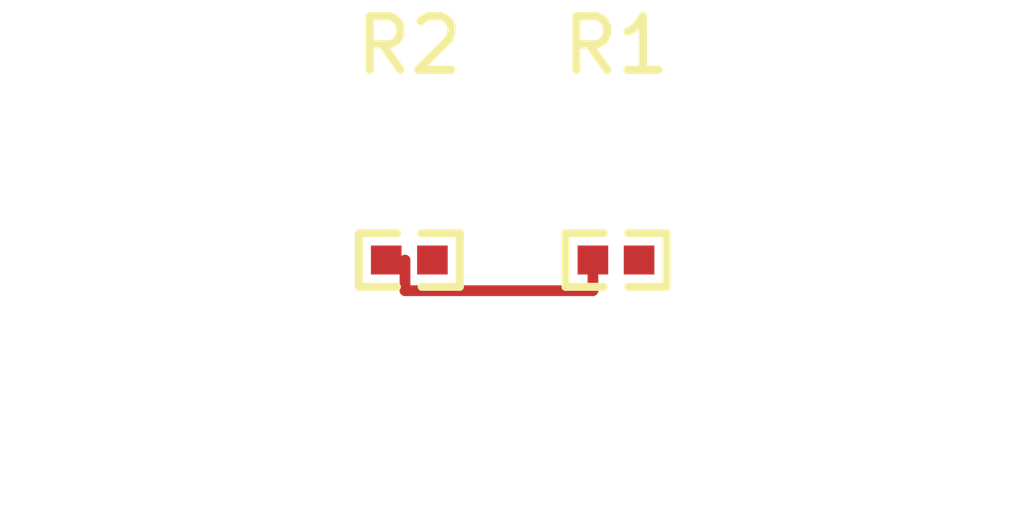
<source format=kicad_pcb>
(kicad_pcb (version 20241229) (generator "pcbnew") (generator_version "9.0")
  (layers (0 "F.Cu" signal) (2 "B.Cu" signal) (13 "F.Paste" user) (15 "B.Paste" user) (5 "F.SilkS" user "F.Silkscreen") (7 "B.SilkS" user "B.Silkscreen") (1 "F.Mask" user) (3 "B.Mask" user) (25 "Edge.Cuts" user))
  (net 0 "")
  (net 1 "vcc")
  (net 2 "sda")
  (net 3 "scl")
  (footprint "UNI_ROYAL_0402WGF4701TCE:R0402" (layer "F.Cu") (at 100 100)
    (property "Reference" "R1" (at 0 -4 0) (layer "F.SilkS"))
    (property "Value" "4.7kΩ ±1% 62.5mW")
    (fp_line (start -0.94 -0.5) (end -0.23 -0.5) (stroke (width 0.15)) (layer "F.SilkS"))
    (fp_line (start -0.94 0.5) (end -0.94 -0.5) (stroke (width 0.15)) (layer "F.SilkS"))
    (fp_line (start -0.23 0.5) (end -0.94 0.5) (stroke (width 0.15)) (layer "F.SilkS"))
    (fp_line (start 0.23 0.5) (end 0.94 0.5) (stroke (width 0.15)) (layer "F.SilkS"))
    (fp_line (start 0.94 -0.5) (end 0.23 -0.5) (stroke (width 0.15)) (layer "F.SilkS"))
    (fp_line (start 0.94 0.5) (end 0.94 -0.5) (stroke (width 0.15)) (layer "F.SilkS"))
    (fp_text user "${REFERENCE}" (at 0 -4 0) (layer "F.SilkS"))
    (pad "1" smd rect (at -0.43 0) (size 0.57 0.54) (layers "F.Cu" "F.Mask" "F.Paste") (net 1 "vcc"))
    (pad "2" smd rect (at 0.43 0) (size 0.57 0.54) (layers "F.Cu" "F.Mask" "F.Paste") (net 3 "scl"))
  )
  (footprint "UNI_ROYAL_0402WGF4701TCE:R0402" (layer "F.Cu") (at 96.15 100)
    (property "Reference" "R2" (at 0 -4 0) (layer "F.SilkS"))
    (property "Value" "4.7kΩ ±1% 62.5mW")
    (fp_line (start -0.94 -0.5) (end -0.23 -0.5) (stroke (width 0.15)) (layer "F.SilkS"))
    (fp_line (start -0.94 0.5) (end -0.94 -0.5) (stroke (width 0.15)) (layer "F.SilkS"))
    (fp_line (start -0.23 0.5) (end -0.94 0.5) (stroke (width 0.15)) (layer "F.SilkS"))
    (fp_line (start 0.23 0.5) (end 0.94 0.5) (stroke (width 0.15)) (layer "F.SilkS"))
    (fp_line (start 0.94 -0.5) (end 0.23 -0.5) (stroke (width 0.15)) (layer "F.SilkS"))
    (fp_line (start 0.94 0.5) (end 0.94 -0.5) (stroke (width 0.15)) (layer "F.SilkS"))
    (fp_text user "${REFERENCE}" (at 0 -4 0) (layer "F.SilkS"))
    (pad "1" smd rect (at -0.43 0) (size 0.57 0.54) (layers "F.Cu" "F.Mask" "F.Paste") (net 1 "vcc"))
    (pad "2" smd rect (at 0.43 0) (size 0.57 0.54) (layers "F.Cu" "F.Mask" "F.Paste") (net 2 "sda"))
  )
  (segment (start 99.57 100) (end 99.57 100.5717) (width 0.2) (layer "F.Cu") (net 1))
  (segment (start 96.07 100) (end 96.07 100.5717) (width 0.2) (layer "F.Cu") (net 1))
  (segment (start 96.07 100.5717) (end 99.57 100.5717) (width 0.2) (layer "F.Cu") (net 1))
)
</source>
